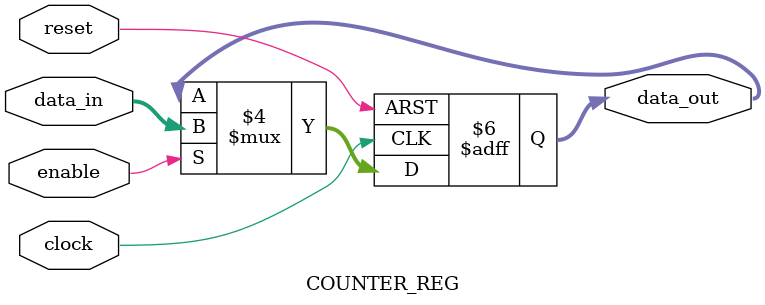
<source format=v>
`timescale 1ns / 1ps


module COUNTER_REG(clock, reset, enable, data_in, data_out);
	input clock;
	input reset;
	input enable;
	input [31:0]data_in;
	output reg [31:0] data_out;
	
	initial begin
		data_out = 32'h400000;
	end

	always @(posedge clock or posedge reset) begin
		if(reset) begin
			data_out <= 32'h400000;
		end else begin
			if(enable) begin
				data_out <= data_in;
			end else begin
				data_out <= data_out;
			end
		end
	end
endmodule

</source>
